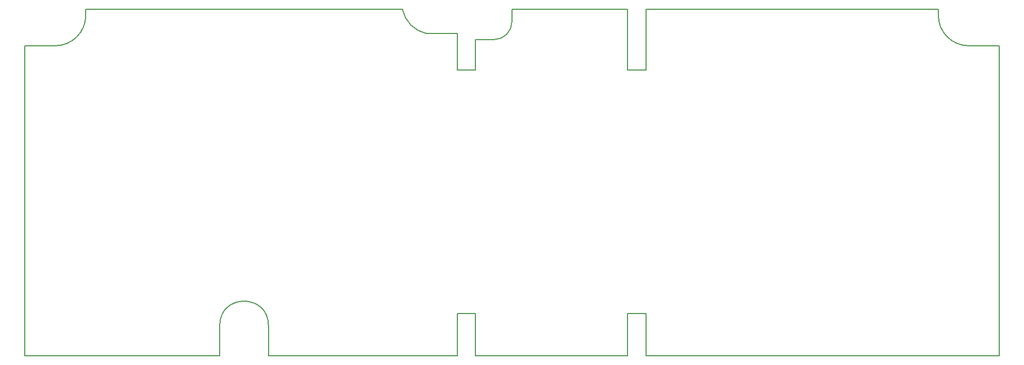
<source format=gm1>
%TF.GenerationSoftware,KiCad,Pcbnew,(5.0.0-3-g5ebb6b6)*%
%TF.CreationDate,2018-07-24T23:49:47-07:00*%
%TF.ProjectId,pyoven,70796F76656E2E6B696361645F706362,rev?*%
%TF.SameCoordinates,Original*%
%TF.FileFunction,Profile,NP*%
%FSLAX46Y46*%
G04 Gerber Fmt 4.6, Leading zero omitted, Abs format (unit mm)*
G04 Created by KiCad (PCBNEW (5.0.0-3-g5ebb6b6)) date Tuesday, July 24, 2018 at 11:49:47 PM*
%MOMM*%
%LPD*%
G01*
G04 APERTURE LIST*
%ADD10C,0.150000*%
G04 APERTURE END LIST*
D10*
X202000000Y-43000000D02*
X250000000Y-43000000D01*
X199000000Y-43000000D02*
X180000000Y-43000000D01*
X202000000Y-53000000D02*
X202000000Y-43000000D01*
X199000000Y-53000000D02*
X202000000Y-53000000D01*
X199000000Y-53000000D02*
X199000000Y-43000000D01*
X174000000Y-48000000D02*
X177000000Y-48000000D01*
X171000000Y-53000000D02*
X171000000Y-47000000D01*
X174000000Y-53000000D02*
X171000000Y-53000000D01*
X174000000Y-48000000D02*
X174000000Y-53000000D01*
X140000000Y-95000000D02*
X140000000Y-100000000D01*
X132000000Y-95000000D02*
X132000000Y-100000000D01*
X202000000Y-100000000D02*
X260000000Y-100000000D01*
X202000000Y-93000000D02*
X202000000Y-100000000D01*
X199000000Y-93000000D02*
X202000000Y-93000000D01*
X199000000Y-100000000D02*
X199000000Y-93000000D01*
X174000000Y-100000000D02*
X199000000Y-100000000D01*
X174000000Y-93000000D02*
X174000000Y-100000000D01*
X171000000Y-93000000D02*
X174000000Y-93000000D01*
X171000000Y-100000000D02*
X171000000Y-93000000D01*
X140000000Y-100000000D02*
X171000000Y-100000000D01*
X132000000Y-95000000D02*
G75*
G02X140000000Y-95000000I4000000J0D01*
G01*
X100000000Y-100000000D02*
X132000000Y-100000000D01*
X166000000Y-47000000D02*
X171000000Y-47000000D01*
X166001733Y-47000346D02*
G75*
G02X162000000Y-42999999I998267J5000346D01*
G01*
X177000000Y-48000000D02*
G75*
G03X180000000Y-45000000I0J3000000D01*
G01*
X180000000Y-43000000D02*
X180000000Y-45000000D01*
X110000000Y-43000000D02*
X162000000Y-43000000D01*
X110000000Y-44000000D02*
X110000000Y-43000000D01*
X105000000Y-49000000D02*
X100000000Y-49000000D01*
X110000000Y-44000000D02*
G75*
G02X105000000Y-49000000I-5000000J0D01*
G01*
X250000000Y-44000000D02*
X250000000Y-43000000D01*
X260000000Y-49000000D02*
X255000000Y-49000000D01*
X255000000Y-49000000D02*
G75*
G02X250000000Y-44000000I0J5000000D01*
G01*
X100000000Y-100000000D02*
X100000000Y-49000000D01*
X260000000Y-100000000D02*
X260000000Y-49000000D01*
M02*

</source>
